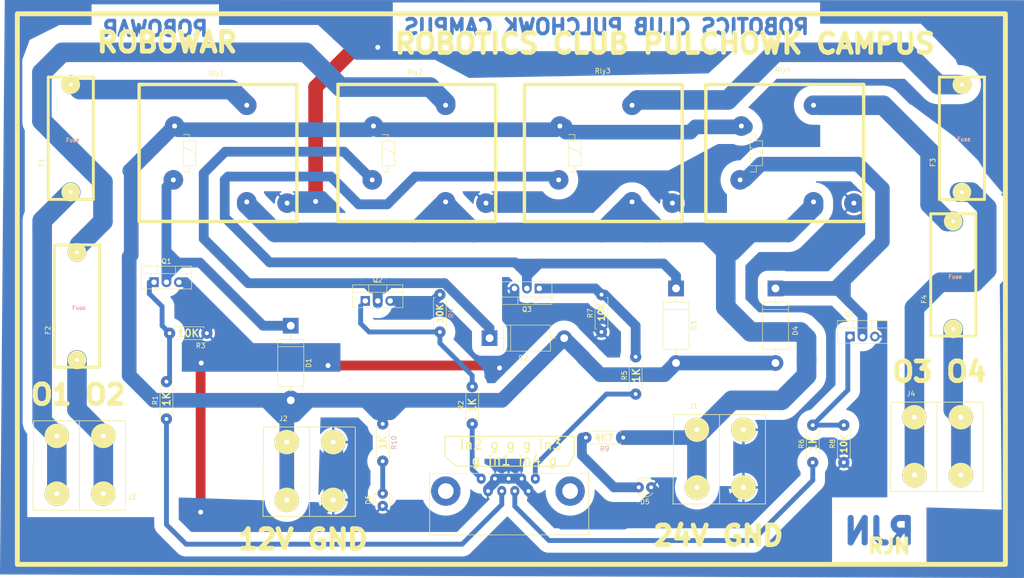
<source format=kicad_pcb>
(kicad_pcb (version 20211014) (generator pcbnew)
  (layers (0 "F.Cu" signal) (31 "B.Cu" signal) (34 "B.Paste" user) (35 "F.Paste" user) (36 "B.SilkS" user "B.Silkscreen") (37 "F.SilkS" user "F.Silkscreen") (38 "B.Mask" user) (39 "F.Mask" user) (44 "Edge.Cuts" user))
  (net 0 "")
  (net 1 "Net-(D1-Pad1)")
  (net 2 "Net-(D2-Pad1)")
  (net 3 "Net-(D3-Pad1)")
  (net 4 "Net-(D4-Pad1)")
  (net 5 "GND")
  (net 6 "Net-(D5-Pad2)")
  (net 7 "Net-(D6-Pad2)")
  (net 8 "Net-(F1-Pad1)")
  (net 9 "/out1")
  (net 10 "Net-(F2-Pad1)")
  (net 11 "/out3")
  (net 12 "Net-(F3-Pad1)")
  (net 13 "/out2")
  (net 14 "Net-(F4-Pad1)")
  (net 15 "/out4")
  (net 16 "/24V")
  (net 17 "/12V")
  (net 18 "/in1")
  (net 19 "/in3")
  (net 20 "/in2")
  (net 21 "/in4")
  (net 22 "Net-(Q1-Pad1)")
  (net 23 "Net-(Q2-Pad1)")
  (net 24 "Net-(Q3-Pad1)")
  (net 25 "Net-(Q4-Pad1)")
  (footprint "modFiles:Solar_Connector" (layer "F.Cu") (at 35.56 144.78)
    (fp_text reference "J3" (at 10.668 7.112) (layer "F.SilkS"))
    (fp_text value "Conn_01x02" hide)
    (pad "1" thru_hole oval locked (at -4.6226 6.3736 90) (size 5 5) (drill 1) (layers *.Cu *.Mask "F.SilkS") (net 9 "/out1"))
    (pad "1" thru_hole oval locked (at -4.6226 -5.4264 90) (size 5 5) (drill 1) (layers *.Cu *.Mask "F.SilkS") (net 9 "/out1"))
    (pad "2" thru_hole oval locked (at 4.8774 6.3736 90) (size 5 5) (drill 1) (layers *.Cu *.Mask "F.SilkS") (net 13 "/out2"))
    (pad "2" thru_hole oval locked (at 4.8774 -5.4264 90) (size 5 5) (drill 1) (layers *.Cu *.Mask "F.SilkS") (net 13 "/out2"))
  )
  (footprint "modFiles:Connector_DB_9" (layer "F.Cu") (at 128.7205 148.0945 180)
    (fp_text reference "J5" hide)
    (fp_text value "DB9_Female")
    (pad "0" thru_hole circle locked (at 18.29 -2.54 180) (size 6 6) (drill 3.2) (layers *.Cu *.Mask))
    (pad "0" thru_hole circle locked (at -7.11 -2.54 180) (size 6 6) (drill 3.2) (layers *.Cu *.Mask))
    (pad "1" thru_hole oval locked (at 0 0 180) (size 1.8 2.1) (drill 0.8) (layers *.Cu *.Mask) (net 19 "/in3"))
    (pad "2" thru_hole oval locked (at 2.79 0 180) (size 1.8 2.1) (drill 0.8) (layers *.Cu *.Mask) (net 5 "GND"))
    (pad "3" thru_hole oval locked (at 5.46 0 180) (size 1.8 2.1) (drill 0.8) (layers *.Cu *.Mask) (net 5 "GND"))
    (pad "4" thru_hole oval locked (at 8.26 0 180) (size 1.8 2.1) (drill 0.8) (layers *.Cu *.Mask) (net 5 "GND"))
    (pad "5" thru_hole oval locked (at 11.05 0 180) (size 1.8 2.1) (drill 0.8) (layers *.Cu *.Mask) (net 20 "/in2"))
    (pad "6" thru_hole oval locked (at 1.4 -2.54 180) (size 1.8 2.1) (drill 0.8) (layers *.Cu *.Mask) (net 5 "GND"))
    (pad "7" thru_hole oval locked (at 4.19 -2.54 180) (size 1.8 2.1) (drill 0.8) (layers *.Cu *.Mask) (net 21 "/in4"))
    (pad "8" thru_hole oval locked (at 6.86 -2.54 180) (size 1.8 2.1) (drill 0.8) (layers *.Cu *.Mask) (net 18 "/in1"))
    (pad "9" thru_hole oval locked (at 9.65 -2.54 180) (size 1.8 2.1) (drill 0.8) (layers *.Cu *.Mask) (net 5 "GND"))
  )
  (footprint "modFiles:Resistor_small" (layer "F.Cu") (at 53.34 135.89 90)
    (fp_text reference "R1" (at 3.81 -2.31 90) (layer "F.SilkS"))
    (fp_text value "1K" (at 4.064 0 90) (layer "F.SilkS") (effects (font (size 1.5 1.5) (thickness 0.3))))
    (pad "1" thru_hole circle locked (at 0 0 90) (size 2.3 2.3) (drill 0.8) (layers *.Cu *.Mask) (net 18 "/in1"))
    (pad "2" thru_hole circle locked (at 7.62 0 90) (size 2.3 2.3) (drill 0.8) (layers *.Cu *.Mask) (net 22 "Net-(Q1-Pad1)"))
  )
  (footprint "modFiles:LED_D3.0mm" (layer "F.Cu") (at 152.4 149.86 180)
    (fp_text reference "D5" (at 1.27 -2.96) (layer "F.SilkS"))
    (fp_text value "LED_Small")
    (pad "1" thru_hole circle locked (at 0 0 180) (size 2.1 2.1) (drill 0.8) (layers *.Cu *.Mask) (net 5 "GND"))
    (pad "2" thru_hole circle locked (at 2.54 0 180) (size 2.1 2.1) (drill 0.8) (layers *.Cu *.Mask) (net 6 "Net-(D5-Pad2)"))
  )
  (footprint "modFiles:Fuse_Holder" (layer "F.Cu") (at 34.29 78.74 90)
    (fp_text reference "F1" (at -4.7371 -6.4516 90) (layer "F.SilkS"))
    (fp_text value "Fuse" (at -0.154 -0.098) (layer "B.SilkS") (effects (font (size 0.8 0.8) (thickness 0.2))))
    (pad "1" thru_hole circle locked (at 11.176 -0.508 180) (size 3.81 3.81) (drill 0.762) (layers *.Cu *.Mask "F.SilkS") (net 8 "Net-(F1-Pad1)"))
    (pad "2" thru_hole circle locked (at -10.795 -0.508 180) (size 3.81 3.81) (drill 0.762) (layers *.Cu *.Mask "F.SilkS") (net 9 "/out1"))
  )
  (footprint "modFiles:Resistor_small" (layer "F.Cu") (at 97.536 136.906 -90)
    (fp_text reference "R10" (at 3.81 -2.31 90) (layer "B.SilkS"))
    (fp_text value "1K" (at 3.81 0 90) (layer "F.SilkS") (effects (font (size 1.5 1.5) (thickness 0.3))))
    (pad "1" thru_hole circle locked (at 0 0 270) (size 2.3 2.3) (drill 0.8) (layers *.Cu *.Mask) (net 17 "/12V"))
    (pad "2" thru_hole circle locked (at 7.62 0 270) (size 2.3 2.3) (drill 0.8) (layers *.Cu *.Mask) (net 7 "Net-(D6-Pad2)"))
  )
  (footprint "modFiles:Resistor_small" (layer "F.Cu") (at 185.42 144.78 90)
    (fp_text reference "R6" (at 3.81 -2.31 90) (layer "F.SilkS"))
    (fp_text value "1K" (at 3.81 0 90) (layer "F.SilkS") (effects (font (size 1.5 1.5) (thickness 0.3))))
    (pad "1" thru_hole circle locked (at 0 0 90) (size 2.3 2.3) (drill 0.8) (layers *.Cu *.Mask) (net 21 "/in4"))
    (pad "2" thru_hole circle locked (at 7.62 0 90) (size 2.3 2.3) (drill 0.8) (layers *.Cu *.Mask) (net 25 "Net-(Q4-Pad1)"))
  )
  (footprint "modFiles:Resistor_small" (layer "F.Cu") (at 191.77 144.78 90)
    (fp_text reference "R8" (at 3.81 -2.31 90) (layer "F.SilkS"))
    (fp_text value "10K" (at 3.81 0 90) (layer "F.SilkS") (effects (font (size 1.3 1.3) (thickness 0.3))))
    (pad "1" thru_hole circle locked (at 0 0 90) (size 2.3 2.3) (drill 0.8) (layers *.Cu *.Mask) (net 5 "GND"))
    (pad "2" thru_hole circle locked (at 7.62 0 90) (size 2.3 2.3) (drill 0.8) (layers *.Cu *.Mask) (net 25 "Net-(Q4-Pad1)"))
  )
  (footprint "modFiles:Diode_Medium" (layer "F.Cu") (at 157.48 109.215 -90)
    (fp_text reference "D3" (at 7.62 -3.66 90) (layer "F.SilkS"))
    (fp_text value "DIODE")
    (pad "1" thru_hole rect locked (at 0 0 270) (size 3.2 3.2) (drill 1.6) (layers *.Cu *.Mask) (net 3 "Net-(D3-Pad1)"))
    (pad "2" thru_hole oval locked (at 15.24 0 270) (size 3.2 3.2) (drill 1.6) (layers *.Cu *.Mask) (net 17 "/12V"))
  )
  (footprint "modFiles:Fuse_Holder" (layer "F.Cu") (at 214.63 106.68 90)
    (fp_text reference "F4" (at -4.7371 -6.4516 90) (layer "F.SilkS"))
    (fp_text value "Fuse" (at -0.154 -0.098) (layer "B.SilkS") (effects (font (size 0.8 0.8) (thickness 0.2))))
    (pad "1" thru_hole circle locked (at 11.176 -0.508 180) (size 3.81 3.81) (drill 0.762) (layers *.Cu *.Mask "F.SilkS") (net 14 "Net-(F4-Pad1)"))
    (pad "2" thru_hole circle locked (at -10.795 -0.508 180) (size 3.81 3.81) (drill 0.762) (layers *.Cu *.Mask "F.SilkS") (net 15 "/out4"))
  )
  (footprint "modFiles:Resistor_small" (layer "F.Cu") (at 61.595 118.364 180)
    (fp_text reference "R3" (at 1.27 -2.54) (layer "F.SilkS"))
    (fp_text value "10K" (at 3.81 0) (layer "F.SilkS") (effects (font (size 1.5 1.5) (thickness 0.3))))
    (pad "1" thru_hole circle locked (at 0 0 180) (size 2.3 2.3) (drill 0.8) (layers *.Cu *.Mask) (net 5 "GND"))
    (pad "2" thru_hole circle locked (at 7.62 0 180) (size 2.3 2.3) (drill 0.8) (layers *.Cu *.Mask) (net 22 "Net-(Q1-Pad1)"))
  )
  (footprint "modFiles:Diode_Medium" (layer "F.Cu") (at 78.74 116.84 -90)
    (fp_text reference "D1" (at 7.62 -3.66 90) (layer "F.SilkS"))
    (fp_text value "DIODE")
    (pad "1" thru_hole rect locked (at 0 0 270) (size 3.2 3.2) (drill 1.6) (layers *.Cu *.Mask) (net 1 "Net-(D1-Pad1)"))
    (pad "2" thru_hole oval locked (at 15.24 0 270) (size 3.2 3.2) (drill 1.6) (layers *.Cu *.Mask) (net 17 "/12V"))
  )
  (footprint "modFiles:Resistor_small" (layer "F.Cu") (at 146.685 139.7 180)
    (fp_text reference "R9" (at 3.81 -2.31) (layer "B.SilkS"))
    (fp_text value "4K7" (at 3.937 0) (layer "F.SilkS") (effects (font (size 1.3 1.3) (thickness 0.3))))
    (pad "1" thru_hole circle locked (at 0 0 180) (size 2.3 2.3) (drill 0.8) (layers *.Cu *.Mask) (net 16 "/24V"))
    (pad "2" thru_hole circle locked (at 7.62 0 180) (size 2.3 2.3) (drill 0.8) (layers *.Cu *.Mask) (net 6 "Net-(D5-Pad2)"))
  )
  (footprint "modFiles:Resistor_small" (layer "F.Cu") (at 142.24 118.11 90)
    (fp_text reference "R7" (at 3.81 -2.31 90) (layer "F.SilkS"))
    (fp_text value "10K" (at 4.064 0 90) (layer "F.SilkS") (effects (font (size 1.3 1.3) (thickness 0.3))))
    (pad "1" thru_hole circle locked (at 0 0 90) (size 2.3 2.3) (drill 0.8) (layers *.Cu *.Mask) (net 5 "GND"))
    (pad "2" thru_hole circle locked (at 7.62 0 90) (size 2.3 2.3) (drill 0.8) (layers *.Cu *.Mask) (net 24 "Net-(Q3-Pad1)"))
  )
  (footprint "Package_TO_SOT_THT:TO-220-3_Vertical" (layer "F.Cu") (at 193.04 119.055)
    (fp_text reference "Q4" (at 0 -4.5) (layer "F.SilkS"))
    (fp_text value "TIP122")
    (pad "1" thru_hole rect (at 0 0) (size 1.905 2) (drill 1.1) (layers *.Cu *.Mask) (net 25 "Net-(Q4-Pad1)"))
    (pad "2" thru_hole oval (at 2.54 0) (size 1.905 2) (drill 1.1) (layers *.Cu *.Mask) (net 4 "Net-(D4-Pad1)"))
    (pad "3" thru_hole oval (at 5.08 0) (size 1.905 2) (drill 1.1) (layers *.Cu *.Mask) (net 5 "GND"))
  )
  (footprint "modFiles:Solar_Connector" (layer "F.Cu") (at 82.55 146.05)
    (fp_text reference "J2" (at -5.334 -10.2362) (layer "F.SilkS"))
    (fp_text value "Conn_01x02" hide)
    (pad "1" thru_hole oval locked (at -4.6226 -5.4264 90) (size 5 5) (drill 1) (layers *.Cu *.Mask "F.SilkS") (net 17 "/12V"))
    (pad "1" thru_hole oval locked (at -4.6226 6.3736 90) (size 5 5) (drill 1) (layers *.Cu *.Mask "F.SilkS") (net 17 "/12V"))
    (pad "2" thru_hole oval locked (at 4.8774 6.3736 90) (size 5 5) (drill 1) (layers *.Cu *.Mask "F.SilkS") (net 5 "GND"))
    (pad "2" thru_hole oval locked (at 4.8774 -5.4264 90) (size 5 5) (drill 1) (layers *.Cu *.Mask "F.SilkS") (net 5 "GND"))
  )
  (footprint "modFiles:LED_D3.0mm" (layer "F.Cu") (at 97.536 153.675 90)
    (fp_text reference "D6" (at 1.27 -2.96 90) (layer "F.SilkS"))
    (fp_text value "LED_Small")
    (pad "1" thru_hole circle locked (at 0 0 90) (size 2.1 2.1) (drill 0.8) (layers *.Cu *.Mask) (net 5 "GND"))
    (pad "2" thru_hole circle locked (at 2.54 0 90) (size 2.1 2.1) (drill 0.8) (layers *.Cu *.Mask) (net 7 "Net-(D6-Pad2)"))
  )
  (footprint "modFiles:Fuse_Holder" (layer "F.Cu") (at 216.408 78.74 90)
    (fp_text reference "F3" (at -4.7371 -6.4516 90) (layer "F.SilkS"))
    (fp_text value "Fuse" (at 0 -0.098) (layer "B.SilkS") (effects (font (size 0.8 0.8) (thickness 0.2))))
    (pad "1" thru_hole circle locked (at 11.176 -0.508 180) (size 3.81 3.81) (drill 0.762) (layers *.Cu *.Mask "F.SilkS") (net 12 "Net-(F3-Pad1)"))
    (pad "2" thru_hole circle locked (at -10.795 -0.508 180) (size 3.81 3.81) (drill 0.762) (layers *.Cu *.Mask "F.SilkS") (net 11 "/out3"))
  )
  (footprint "Package_TO_SOT_THT:TO-220-3_Vertical" (layer "F.Cu") (at 129.54 109.22 180)
    (fp_text reference "Q3" (at 2.54 -4.27) (layer "F.SilkS"))
    (fp_text value "TIP122")
    (pad "1" thru_hole rect (at 0 0 180) (size 1.905 2) (drill 1.1) (layers *.Cu *.Mask) (net 24 "Net-(Q3-Pad1)"))
    (pad "2" thru_hole oval (at 2.54 0 180) (size 1.905 2) (drill 1.1) (layers *.Cu *.Mask) (net 3 "Net-(D3-Pad1)"))
    (pad "3" thru_hole oval (at 5.08 0 180) (size 1.905 2) (drill 1.1) (layers *.Cu *.Mask) (net 5 "GND"))
  )
  (footprint "modFiles:Diode_Medium" (layer "F.Cu") (at 119.38 119.38)
    (fp_text reference "D2" (at 6.858 4.064) (layer "F.SilkS"))
    (fp_text value "DIODE")
    (pad "1" thru_hole rect locked (at 0 0) (size 3.2 3.2) (drill 1.6) (layers *.Cu *.Mask) (net 2 "Net-(D2-Pad1)"))
    (pad "2" thru_hole oval locked (at 15.24 0) (size 3.2 3.2) (drill 1.6) (layers *.Cu *.Mask) (net 17 "/12V"))
  )
  (footprint "modFiles:Relay_HLS_MEDIUM" (layer "F.Cu") (at 142.24 81.28)
    (fp_text reference "Rly3" (at 0.254 -16.51) (layer "F.SilkS"))
    (fp_text value "6V_Relay")
    (pad "1" thru_hole circle (at -8.75 5.75) (size 4 4) (drill 1) (layers *.Cu *.Mask) (net 3 "Net-(D3-Pad1)"))
    (pad "2" thru_hole circle (at 6.25 -9.5) (size 4 4) (drill 1) (layers *.Cu *.Mask) (net 12 "Net-(F3-Pad1)"))
    (pad "3" thru_hole circle (at 14.5 10.5) (size 4 4) (drill 1) (layers *.Cu *.Mask) (net 5 "GND"))
    (pad "4" thru_hole circle (at 6.25 10.25) (size 4 4) (drill 1) (layers *.Cu *.Mask) (net 16 "/24V"))
    (pad "5" thru_hole circle (at -8.5 -5.25) (size 4 4) (drill 1) (layers *.Cu *.Mask) (net 17 "/12V"))
  )
  (footprint "modFiles:Solar_Connector" (layer "F.Cu") (at 166.37 143.51)
    (fp_text reference "J1" (at -5.334 -10.2362) (layer "F.SilkS"))
    (fp_text value "24V" hide)
    (pad "1" thru_hole oval locked (at -4.6226 -5.4264 90) (size 5 5) (drill 1) (layers *.Cu *.Mask "F.SilkS") (net 16 "/24V"))
    (pad "1" thru_hole oval locked (at -4.6226 6.3736 90) (size 5 5) (drill 1) (layers *.Cu *.Mask "F.SilkS") (net 16 "/24V"))
    (pad "2" thru_hole oval locked (at 4.8774 -5.4264 90) (size 5 5) (drill 1) (layers *.Cu *.Mask "F.SilkS") (net 5 "GND"))
    (pad "2" thru_hole oval locked (at 4.8774 6.3736 90) (size 5 5) (drill 1) (layers *.Cu *.Mask "F.SilkS") (net 5 "GND"))
  )
  (footprint "modFiles:Fuse_Holder" (layer "F.Cu") (at 35.56 113.03 90)
    (fp_text reference "F2" (at -4.7371 -6.4516 90) (layer "F.SilkS"))
    (fp_text value "Fuse" (at -0.154 -0.098) (layer "B.SilkS") (effects (font (size 0.8 0.8) (thickness 0.2))))
    (pad "1" thru_hole circle locked (at 11.176 -0.508 180) (size 3.81 3.81) (drill 0.762) (layers *.Cu *.Mask "F.SilkS") (net 10 "Net-(F2-Pad1)"))
    (pad "2" thru_hole circle locked (at -10.795 -0.508 180) (size 3.81 3.81) (drill 0.762) (layers *.Cu *.Mask "F.SilkS") (net 13 "/out2"))
  )
  (footprint "Package_TO_SOT_THT:TO-220-3_Vertical" (layer "F.Cu") (at 50.8 107.945)
    (fp_text reference "Q1" (at 2.54 -4.27) (layer "F.SilkS"))
    (fp_text value "TIP122")
    (pad "1" thru_hole rect (at 0 0) (size 1.905 2) (drill 1.1) (layers *.Cu *.Mask) (net 22 "Net-(Q1-Pad1)"))
    (pad "2" thru_hole oval (at 2.54 0) (size 1.905 2) (drill 1.1) (layers *.Cu *.Mask) (net 1 "Net-(D1-Pad1)"))
    (pad "3" thru_hole oval (at 5.08 0) (size 1.905 2) (drill 1.1) (layers *.Cu *.Mask) (net 5 "GND"))
  )
  (footprint "Package_TO_SOT_THT:TO-220-3_Vertical" (layer "F.Cu") (at 93.98 111.76)
    (fp_text reference "Q2" (at 2.54 -4.27) (layer "F.SilkS"))
    (fp_text value "TIP122")
    (pad "1" thru_hole rect (at 0 0) (size 1.905 2) (drill 1.1) (layers *.Cu *.Mask) (net 23 "Net-(Q2-Pad1)"))
    (pad "2" thru_hole oval (at 2.54 0) (size 1.905 2) (drill 1.1) (layers *.Cu *.Mask) (net 2 "Net-(D2-Pad1)"))
    (pad "3" thru_hole oval (at 5.08 0) (size 1.905 2) (drill 1.1) (layers *.Cu *.Mask) (net 5 "GND"))
  )
  (footprint "modFiles:Resistor_small" (layer "F.Cu") (at 115.824 136.906 90)
    (fp_text reference "R2" (at 3.81 -2.31 90) (layer "F.SilkS"))
    (fp_text value "1K" (at 3.81 0 90) (layer "F.SilkS") (effects (font (size 1.5 1.5) (thickness 0.3))))
    (pad "1" thru_hole circle locked (at 0 0 90) (size 2.3 2.3) (drill 0.8) (layers *.Cu *.Mask) (net 20 "/in2"))
    (pad "2" thru_hole circle locked (at 7.62 0 90) (size 2.3 2.3) (drill 0.8) (layers *.Cu *.Mask) (net 23 "Net-(Q2-Pad1)"))
  )
  (footprint "modFiles:Solar_Connector" (layer "F.Cu") (at 210.82 140.97)
    (fp_text reference "J4" (at -5.334 -10.2362) (layer "F.SilkS"))
    (fp_text value "Conn_01x02" hide)
    (pad "1" thru_hole oval locked (at -4.6226 6.3736 90) (size 5 5) (drill 1) (layers *.Cu *.Mask "F.SilkS") (net 11 "/out3"))
    (pad "1" thru_hole oval locked (at -4.6226 -5.4264 90) (size 5 5) (drill 1) (layers *.Cu *.Mask "F.SilkS") (net 11 "/out3"))
    (pad "2" thru_hole oval locked (at 4.8774 -5.4264 90) (size 5 5) (drill 1) (layers *.Cu *.Mask "F.SilkS") (net 15 "/out4"))
    (pad "2" thru_hole oval locked (at 4.8774 6.3736 90) (size 5 5) (drill 1) (layers *.Cu *.Mask "F.SilkS") (net 15 "/out4"))
  )
  (footprint "modFiles:Resistor_small" (layer "F.Cu") (at 149.225 130.81 90)
    (fp_text reference "R5" (at 3.81 -2.31 90) (layer "F.SilkS"))
    (fp_text value "1K" (at 3.81 0.127 90) (layer "F.SilkS") (effects (font (size 1.5 1.5) (thickness 0.3))))
    (pad "1" thru_hole circle locked (at 0 0 90) (size 2.3 2.3) (drill 0.8) (layers *.Cu *.Mask) (net 19 "/in3"))
    (pad "2" thru_hole circle locked (at 7.62 0 90) (size 2.3 2.3) (drill 0.8) (layers *.Cu *.Mask) (net 24 "Net-(Q3-Pad1)"))
  )
  (footprint "modFiles:Resistor_small" (layer "F.Cu") (at 109.22 110.49 -90)
    (fp_text reference "R4" (at 3.81 -2.31 90) (layer "B.SilkS"))
    (fp_text value "10K" (at 3.81 0 90) (layer "F.SilkS") (effects (font (size 1.3 1.3) (thickness 0.3))))
    (pad "1" thru_hole circle locked (at 0 0 270) (size 2.3 2.3) (drill 0.8) (layers *.Cu *.Mask) (net 5 "GND"))
    (pad "2" thru_hole circle locked (at 7.62 0 270) (size 2.3 2.3) (drill 0.8) (layers *.Cu *.Mask) (net 23 "Net-(Q2-Pad1)"))
  )
  (footprint "modFiles:Relay_HLS_MEDIUM" (layer "F.Cu") (at 104.14 81.28)
    (fp_text reference "Rly2" (at 0 -16.256) (layer "F.SilkS"))
    (fp_text value "6V_Relay")
    (pad "1" thru_hole circle (at -8.75 5.75) (size 4 4) (drill 1) (layers *.Cu *.Mask) (net 2 "Net-(D2-Pad1)"))
    (pad "2" thru_hole circle (at 6.25 -9.5) (size 4 4) (drill 1) (layers *.Cu *.Mask) (net 10 "Net-(F2-Pad1)"))
    (pad "3" thru_hole circle (at 14.5 10.5) (size 4 4) (drill 1) (layers *.Cu *.Mask) (net 5 "GND"))
    (pad "4" thru_hole circle (at 6.25 10.25) (size 4 4) (drill 1) (layers *.Cu *.Mask) (net 16 "/24V"))
    (pad "5" thru_hole circle (at -8.5 -5.25) (size 4 4) (drill 1) (layers *.Cu *.Mask) (net 17 "/12V"))
  )
  (footprint "modFiles:Diode_Medium" (layer "F.Cu") (at 177.8 109.215 -90)
    (fp_text reference "D4" (at 8.641 -4.064 90) (layer "F.SilkS"))
    (fp_text value "DIODE")
    (pad "1" thru_hole rect locked (at 0 0 270) (size 3.2 3.2) (drill 1.6) (layers *.Cu *.Mask) (net 4 "Net-(D4-Pad1)"))
    (pad "2" thru_hole oval locked (at 15.24 0 270) (size 3.2 3.2) (drill 1.6) (layers *.Cu *.Mask) (net 17 "/12V"))
  )
  (footprint "modFiles:Relay_HLS_MEDIUM" (layer "F.Cu") (at 63.5 81.28)
    (fp_text reference "Rly1" (at 0 -16.002) (layer "F.SilkS"))
    (fp_text value "6V_Relay")
    (pad "1" thru_hole circle (at -8.75 5.75) (size 4 4) (drill 1) (layers *.Cu *.Mask) (net 1 "Net-(D1-Pad1)"))
    (pad "2" thru_hole circle (at 6.25 -9.5) (size 4 4) (drill 1) (layers *.Cu *.Mask) (net 8 "Net-(F1-Pad1)"))
    (pad "3" thru_hole circle (at 14.5 10.5) (size 4 4) (drill 1) (layers *.Cu *.Mask) (net 5 "GND"))
    (pad "4" thru_hole circle (at 6.25 10.25) (size 4 4) (drill 1) (layers *.Cu *.Mask) (net 16 "/24V"))
    (pad "5" thru_hole circle (at -8.5 -5.25) (size 4 4) (drill 1) (layers *.Cu *.Mask) (net 17 "/12V"))
  )
  (footprint "modFiles:Relay_HLS_MEDIUM" (layer "F.Cu") (at 179.324 81.28)
    (fp_text reference "Rly4" (at 0 -16.764) (layer "F.SilkS"))
    (fp_text value "6V_Relay")
    (pad "1" thru_hole circle (at -8.75 5.75) (size 4 4) (drill 1) (layers *.Cu *.Mask) (net 4 "Net-(D4-Pad1)"))
    (pad "2" thru_hole circle (at 6.25 -9.5) (size 4 4) (drill 1) (layers *.Cu *.Mask) (net 14 "Net-(F4-Pad1)"))
    (pad "3" thru_hole circle (at 14.5 10.5) (size 4 4) (drill 1) (layers *.Cu *.Mask) (net 5 "GND"))
    (pad "4" thru_hole circle (at 6.25 10.25) (size 4 4) (drill 1) (layers *.Cu *.Mask) (net 16 "/24V"))
    (pad "5" thru_hole circle (at -8.5 -5.25) (size 4 4) (drill 1) (layers *.Cu *.Mask) (net 17 "/12V"))
  )
  (gr_line (start 110.236 139.446) (end 136.652 139.446) (layer "F.SilkS") (width 0.2))
  (gr_line (start 136.652 139.446) (end 136.652 143.256) (layer "F.SilkS") (width 0.2))
  (gr_line (start 135.382 145.542) (end 112.522 145.542) (layer "F.SilkS") (width 0.2))
  (gr_line (start 136.652 143.256) (end 135.382 145.542) (layer "F.SilkS") (width 0.2))
  (gr_line (start 112.522 145.542) (end 110.236 143.51) (layer "F.SilkS") (width 0.2))
  (gr_line (start 110.236 143.51) (end 110.236 139.446) (layer "F.SilkS") (width 0.2))
  (gr_rect (start 22.86 53.086) (end 224.79 165.608) (layer "F.SilkS") (width 1) (fill none))
  (gr_text "ROBOWAR\n" (at 51.054 56.134) (layer "B.Cu") (effects (font (size 3 3) (thickness 0.75)) (justify mirror)))
  (gr_text "ROBOTICS CLUB PULCHOWK CAMPUS" (at 143.256 55.753) (layer "B.Cu") (effects (font (size 3 3) (thickness 0.75)) (justify mirror)))
  (gr_text "RJN" (at 199.009 158.877) (layer "B.Cu") (effects (font (size 5 5) (thickness 1.25)) (justify mirror)))
  (gr_text "12V GND\n" (at 81.28 160.528) (layer "F.SilkS") (effects (font (size 4 4) (thickness 1))))
  (gr_text "in2 g g g in3\n g in1 in4 g" (at 123.698 142.748) (layer "F.SilkS") (effects (font (size 2 2) (thickness 0.3))))
  (gr_text "ROBOWAR\n" (at 53.467 58.928) (layer "F.SilkS") (effects (font (size 4 4) (thickness 1))))
  (gr_text "ROBOTICS CLUB PULCHOWK CAMPUS" (at 155.194 59.182) (layer "F.SilkS") (effects (font (size 4 4) (thickness 1))))
  (gr_text "O3 O4\n" (at 211.328 126.238) (layer "F.SilkS") (effects (font (size 4 4) (thickness 1))))
  (gr_text "24V GND\n" (at 166.116 159.766) (layer "F.SilkS") (effects (font (size 4 4) (thickness 1))))
  (gr_text "RJN" (at 201.041 161.925) (layer "F.SilkS") (effects (font (size 3 3) (thickness 0.75))))
  (gr_text "O1 O2\n" (at 35.306 130.937) (layer "F.SilkS") (effects (font (size 4 4) (thickness 1))))
  (segment (start 53.34 106.68) (end 53.34 104.14) (width 2) (layer "B.Cu") (net 1))
  (segment (start 53.34 107.945) (end 53.34 106.68) (width 2) (layer "B.Cu") (net 1))
  (segment (start 53.34 104.14) (end 53.34 101.6) (width 2) (layer "B.Cu") (net 1))
  (segment (start 78.74 116.84) (end 73.083146 116.84) (width 2) (layer "B.Cu") (net 1))
  (segment (start 53.34 88.44) (end 54.75 87.03) (width 2) (layer "B.Cu") (net 1))
  (segment (start 60.188146 103.945) (end 55.88 103.945) (width 2) (layer "B.Cu") (net 1))
  (segment (start 73.083146 116.84) (end 60.188146 103.945) (width 2) (layer "B.Cu") (net 1))
  (segment (start 53.34 106.68) (end 55.88 104.14) (width 2) (layer "B.Cu") (net 1))
  (segment (start 53.34 101.6) (end 53.34 88.44) (width 2) (layer "B.Cu") (net 1))
  (segment (start 53.34 101.6) (end 55.88 104.14) (width 2) (layer "B.Cu") (net 1))
  (segment (start 55.88 104.14) (end 53.34 104.14) (width 2) (layer "B.Cu") (net 1))
  (segment (start 60.96 85.652894) (end 60.96 99.06) (width 2) (layer "B.Cu") (net 2))
  (segment (start 94.17 108.14) (end 97.14 108.14) (width 2) (layer "B.Cu") (net 2))
  (segment (start 96.52 111.76) (end 96.52 112.311595) (width 2) (layer "B.Cu") (net 2))
  (segment (start 60.96 99.06) (end 70.04 108.14) (width 2) (layer "B.Cu") (net 2))
  (segment (start 95.39 87.03) (end 89.64 81.28) (width 2) (layer "B.Cu") (net 2))
  (segment (start 110.193402 108.14) (end 119.38 117.326598) (width 2) (layer "B.Cu") (net 2))
  (segment (start 94.17 108.14) (end 95.25 109.22) (width 2) (layer "B.Cu") (net 2))
  (segment (start 96.52 111.76) (end 96.52 108.76) (width 2) (layer "B.Cu") (net 2))
  (segment (start 119.38 117.326598) (end 119.38 119.38) (width 2) (layer "B.Cu") (net 2))
  (segment (start 96.52 109.22) (end 97.79 109.22) (width 2) (layer "B.Cu") (net 2))
  (segment (start 97.14 108.14) (end 98.87 108.14) (width 2) (layer "B.Cu") (net 2))
  (segment (start 70.04 108.14) (end 94.17 108.14) (width 2) (layer "B.Cu") (net 2))
  (segment (start 98.87 108.14) (end 110.193402 108.14) (width 2) (layer "B.Cu") (net 2))
  (segment (start 89.64 81.28) (end 65.332894 81.28) (width 2) (layer "B.Cu") (net 2))
  (segment (start 97.79 109.22) (end 98.87 108.14) (width 2) (layer "B.Cu") (net 2))
  (segment (start 96.52 108.76) (end 97.14 108.14) (width 2) (layer "B.Cu") (net 2))
  (segment (start 65.332894 81.28) (end 60.96 85.652894) (width 2) (layer "B.Cu") (net 2))
  (segment (start 96.52 111.76) (end 96.52 109.22) (width 2) (layer "B.Cu") (net 2))
  (segment (start 154.945 104.14) (end 129.54 104.14) (width 2) (layer "B.Cu") (net 3))
  (segment (start 157.48 106.675) (end 154.945 104.14) (width 2) (layer "B.Cu") (net 3))
  (segment (start 157.48 109.215) (end 157.48 106.675) (width 2) (layer "B.Cu") (net 3))
  (segment (start 124.6425 103.9575) (end 124.571 103.886) (width 2) (layer "B.Cu") (net 3))
  (segment (start 129.54 104.14) (end 127 106.68) (width 2) (layer "B.Cu") (net 3))
  (segment (start 65.909748 86.36) (end 86.95 86.36) (width 2) (layer "B.Cu") (net 3))
  (segment (start 98.47 92.03) (end 104.14 86.36) (width 2) (layer "B.Cu") (net 3))
  (segment (start 65.25 87.019748) (end 65.909748 86.36) (width 2) (layer "B.Cu") (net 3))
  (segment (start 129.54 104.14) (end 124.825 104.14) (width 2) (layer "B.Cu") (net 3))
  (segment (start 92.62 92.03) (end 98.47 92.03) (width 2) (layer "B.Cu") (net 3))
  (segment (start 127 109.22) (end 127 106.315) (width 2) (layer "B.Cu") (net 3))
  (segment (start 124.571 103.886) (end 74.422 103.886) (width 2) (layer "B.Cu") (net 3))
  (segment (start 127 106.315) (end 124.6425 103.9575) (width 2) (layer "B.Cu") (net 3))
  (segment (start 73.66 103.1) (end 65.25 94.69) (width 2) (layer "B.Cu") (net 3))
  (segment (start 86.95 86.36) (end 92.62 92.03) (width 2) (layer "B.Cu") (net 3))
  (segment (start 104.14 86.36) (end 132.82 86.36) (width 2) (layer "B.Cu") (net 3))
  (segment (start 124.825 104.14) (end 124.6425 103.9575) (width 2) (layer "B.Cu") (net 3))
  (segment (start 132.82 86.36) (end 133.49 87.03) (width 2) (layer "B.Cu") (net 3))
  (segment (start 65.25 94.69) (end 65.25 87.019748) (width 2) (layer "B.Cu") (net 3))
  (segment (start 74.422 103.886) (end 73.152 102.616) (width 2) (layer "B.Cu") (net 3))
  (segment (start 194.658175 83.82) (end 199.644 88.805825) (width 3) (layer "B.Cu") (net 4))
  (segment (start 199.644 88.805825) (end 199.644 99.635286) (width 3) (layer "B.Cu") (net 4))
  (segment (start 192.184643 111.335357) (end 192.184643 107.094643) (width 2) (layer "B.Cu") (net 4))
  (segment (start 199.644 99.635286) (end 192.184643 107.094643) (width 3) (layer "B.Cu") (net 4))
  (segment (start 192.824643 111.975357) (end 190.064286 109.215) (width 2) (layer "B.Cu") (net 4))
  (segment (start 190.064286 109.215) (end 177.8 109.215) (width 3) (layer "B.Cu") (net 4))
  (segment (start 192.184643 107.094643) (end 190.064286 109.215) (width 3) (layer "B.Cu") (net 4))
  (segment (start 195.58 114.730714) (end 192.824643 111.975357) (width 2) (layer "B.Cu") (net 4))
  (segment (start 192.824643 111.975357) (end 192.184643 111.335357) (width 2) (layer "B.Cu") (net 4))
  (segment (start 195.58 119.055) (end 195.58 114.730714) (width 2) (layer "B.Cu") (net 4))
  (segment (start 171.59 87.03) (end 174.8 83.82) (width 3) (layer "B.Cu") (net 4))
  (segment (start 174.8 83.82) (end 194.658175 83.82) (width 3) (layer "B.Cu") (net 4))
  (segment (start 120.904 124.968) (end 121.412 125.476) (width 2) (layer "F.Cu") (net 5))
  (segment (start 91.948 59.944) (end 96.52 59.944) (width 3) (layer "F.Cu") (net 5))
  (segment (start 83.82 68.072) (end 91.948 59.944) (width 3) (layer "F.Cu") (net 5))
  (segment (start 60.325 124.587) (end 60.452 124.46) (width 2) (layer "F.Cu") (net 5))
  (segment (start 60.325 154.94) (end 60.325 124.587) (width 2) (layer "F.Cu") (net 5))
  (segment (start 86.36 124.968) (end 120.904 124.968) (width 2) (layer "F.Cu") (net 5))
  (segment (start 83.82 91.44) (end 83.82 68.072) (width 3) (layer "F.Cu") (net 5))
  (via (at 83.82 91.44) (size 2) (drill 1) (layers "F.Cu" "B.Cu") (net 5))
  (via (at 60.325 154.94) (size 2) (drill 1) (layers "F.Cu" "B.Cu") (net 5))
  (via (at 86.36 124.968) (size 2) (drill 1) (layers "F.Cu" "B.Cu") (net 5))
  (via (at 60.452 124.46) (size 2) (drill 1) (layers "F.Cu" "B.Cu") (net 5))
  (via (at 96.52 59.944) (size 2) (drill 1) (layers "F.Cu" "B.Cu") (net 5))
  (via (at 121.412 125.476) (size 2) (drill 1) (layers "F.Cu" "B.Cu") (net 5))
  (segment (start 127.3205 150.6345) (end 134.166 157.48) (width 2) (layer "B.Cu") (net 5))
  (segment (start 146.812 157.48) (end 153.416 150.876) (width 2) (layer "B.Cu") (net 5))
  (segment (start 124.46 109.22) (end 124.46 112.125) (width 2) (layer "B.Cu") (net 5))
  (segment (start 165.683 155.448) (end 171.2474 149.8836) (width 2) (layer "B.Cu") (net 5))
  (segment (start 87.4274 152.4236) (end 87.4274 140.6236) (width 4) (layer "B.Cu") (net 5))
  (segment (start 118.64 91.78) (end 118.89 92.03) (width 2) (layer "B.Cu") (net 5))
  (segment (start 120.4605 148.7795) (end 120.4605 148.0945) (width 2) (layer "B.Cu") (net 5))
  (segment (start 99.06 111.76) (end 107.95 111.76) (width 2) (layer "B.Cu") (net 5))
  (segment (start 78 91.78) (end 83.48 91.78) (width 3) (layer "B.Cu") (net 5))
  (segment (start 124.825652 148.0945) (end 124.968 147.952152) (width 2) (layer "B.Cu") (net 5))
  (segment (start 83.48 91.78) (end 83.82 91.44) (width 3) (layer "B.Cu") (net 5))
  (segment (start 82.296 157.555) (end 87.4274 152.4236) (width 2) (layer "B.Cu") (net 5))
  (segment (start 75.713626 157.988) (end 82.296 157.988) (width 2) (layer "B.Cu") (net 5))
  (segment (start 119.0705 150.1695) (end 120.4605 148.7795) (width 2) (layer "B.Cu") (net 5))
  (segment (start 55.88 107.945) (end 57.145 107.945) (width 2) (layer "B.Cu") (net 5))
  (segment (start 82.296 157.988) (end 82.296 157.555) (width 2) (layer "B.Cu") (net 5))
  (segment (start 151.49 86.53) (end 156.74 91.78) (width 2) (layer "B.Cu") (net 5))
  (segment (start 126.635 114.3) (end 138.43 114.3) (width 2) (layer "B.Cu") (net 5))
  (segment (start 124.968 147.952152) (end 124.968 147.828) (width 2) (layer "B.Cu") (net 5))
  (segment (start 118.89 92.03) (end 140.918932 92.03) (width 2) (layer "B.Cu") (net 5))
  (segment (start 157.988 155.448) (end 165.683 155.448) (width 2) (layer "B.Cu") (net 5))
  (segment (start 120.4605 148.0945) (end 123.2605 148.0945) (width 2) (layer "B.Cu") (net 5))
  (segment (start 140.918932 92.03) (end 146.418932 86.53) (width 2) (layer "B.Cu") (net 5))
  (segment (start 127.3205 150.304652) (end 124.968 147.952152) (width 2) (layer "B.Cu") (net 5))
  (segment (start 73.670813 155.945187) (end 74.676 156.950375) (width 2) (layer "B.Cu") (net 5))
  (segment (start 60.325 154.94) (end 72.665625 154.94) (width 2) (layer "B.Cu") (net 5))
  (segment (start 61.595 112.395) (end 61.595 118.364) (width 2) (layer "B.Cu") (net 5))
  (segment (start 74.676 156.950375) (end 74.676 157.155) (width 2) (layer "B.Cu") (net 5))
  (segment (start 73.670813 155.945187) (end 75.713626 157.988) (width 2) (layer "B.Cu") (net 5))
  (segment (start 153.416 150.876) (end 157.988 155.448) (width 2) (layer "B.Cu") (net 5))
  (segment (start 152.4 149.86) (end 153.416 150.876) (width 2) (layer "B.Cu") (net 5))
  (segment (start 107.95 111.76) (end 109.22 110.49) (width 2) (layer "B.Cu") (net 5))
  (segment (start 123.2605 148.0945) (end 124.825652 148.0945) (width 2) (layer "B.Cu") (net 5))
  (segment (start 119.0705 150.6345) (end 119.0705 150.1695) (width 2) (layer "B.Cu") (net 5))
  (segment (start 124.968 147.828) (end 124.7015 148.0945) (width 2) (layer "B.Cu") (net 5))
  (segment (start 124.46 112.125) (end 126.635 114.3) (width 2) (layer "B.Cu") (net 5))
  (segment (start 127.3205 150.6345) (end 127.3205 150.304652) (width 2) (layer "B.Cu") (net 5))
  (segment (start 138.43 114.3) (end 142.24 118.11) (width 2) (layer "B.Cu") (net 5))
  (segment (start 134.166 157.48) (end 146.812 157.48) (width 2) (layer "B.Cu") (net 5))
  (segment (start 72.665625 154.94) (end 73.670813 155.945187) (width 2) (layer "B.Cu") (net 5))
  (segment (start 57.145 107.945) (end 61.595 112.395) (width 2) (layer "B.Cu") (net 5))
  (segment (start 146.418932 86.53) (end 151.49 86.53) (width 2) (layer "B.Cu") (net 5))
  (segment (start 144.78 149.86) (end 138.24 143.32) (width 2) (layer "B.Cu") (net 6))
  (segment (start 138.24 143.32) (end 138.24 139.7) (width 2) (layer "B.Cu") (net 6))
  (segment (start 149.86 149.86) (end 144.78 149.86) (width 2) (layer "B.Cu") (net 6))
  (segment (start 97.536 144.526) (end 97.536 150.625) (width 1) (layer "B.Cu") (net 7))
  (segment (start 66.55 68.58) (end 35.56 68.58) (width 4) (layer "B.Cu") (net 8))
  (segment (start 69.75 71.78) (end 66.55 68.58) (width 4) (layer "B.Cu") (net 8))
  (segment (start 30.9374 139.3536) (end 30.9374 151.1536) (width 4) (layer "B.Cu") (net 9))
  (segment (start 27.94 136.3562) (end 30.9374 139.3536) (width 4) (layer "B.Cu") (net 9))
  (segment (start 27.94 97.79) (end 27.94 95.377) (width 4) (layer "B.Cu") (net 9))
  (segment (start 27.94 95.377) (end 33.782 89.535) (width 4) (layer "B.Cu") (net 9))
  (segment (start 27.94 96.52) (end 27.94 136.3562) (width 4) (layer "B.Cu") (net 9))
  (segment (start 40.353354 87.45482) (end 40.353354 95.536646) (width 4) (layer "B.Cu") (net 10))
  (segment (start 27.877 74.978466) (end 40.353354 87.45482) (width 4) (layer "B.Cu") (net 10))
  (segment (start 81.788 60.96) (end 32.035068 60.96) (width 4) (layer "B.Cu") (net 10))
  (segment (start 32.035068 60.96) (end 27.877 65.118068) (width 4) (layer "B.Cu") (net 10))
  (segment (start 88.9 68.072) (end 81.788 60.96) (width 4) (layer "B.Cu") (net 10))
  (segment (start 110.39 71.28) (end 107.182 68.072) (width 4) (layer "B.Cu") (net 10))
  (segment (start 27.877 65.118068) (end 27.877 74.978466) (width 4) (layer "B.Cu") (net 10))
  (segment (start 107.182 68.072) (end 88.9 68.072) (width 4) (layer "B.Cu") (net 10))
  (segment (start 40.353354 95.536646) (end 35.56 100.33) (width 4) (layer "B.Cu") (net 10))
  (segment (start 220.98 105.41) (end 218.44 107.95) (width 4) (layer "B.Cu") (net 11))
  (segment (start 220.98 92.71) (end 220.98 105.41) (width 4) (layer "B.Cu") (net 11))
  (segment (start 206.1974 113.2076) (end 206.1974 135.5436) (width 4) (layer "B.Cu") (net 11))
  (segment (start 217.805 89.535) (end 220.98 92.71) (width 4) (layer "B.Cu") (net 11))
  (segment (start 218.44 107.95) (end 211.455 107.95) (width 4) (layer "B.Cu") (net 11))
  (segment (start 206.1974 147.3436) (end 206.1974 135.5436) (width 4) (layer "B.Cu") (net 11))
  (segment (start 215.392 89.535) (end 217.805 89.535) (width 4) (layer "B.Cu") (net 11))
  (segment (start 211.455 107.95) (end 206.1974 113.2076) (width 4) (layer "B.Cu") (net 11))
  (segment (start 204.47 60.96) (end 211.074 67.564) (width 4) (layer "B.Cu") (net 12))
  (segment (start 211.074 67.564) (end 215.392 67.564) (width 4) (layer "B.Cu") (net 12))
  (segment (start 168.06 70.7) (end 177.8 60.96) (width 4) (layer "B.Cu") (net 12))
  (segment (start 148.49 71.78) (end 149.57 70.7) (width 4) (layer "B.Cu") (net 12))
  (segment (start 149.57 70.7) (end 168.06 70.7) (width 4) (layer "B.Cu") (net 12))
  (segment (start 177.8 60.96) (end 204.47 60.96) (width 4) (layer "B.Cu") (net 12))
  (segment (start 40.4374 139.3536) (end 40.4374 151.1536) (width 4) (layer "B.Cu") (net 13))
  (segment (start 35.052 123.825) (end 35.052 133.9682) (width 4) (layer "B.Cu") (net 13))
  (segment (start 35.052 133.9682) (end 40.4374 139.3536) (width 4) (layer "B.Cu") (net 13))
  (segment (start 193.7 71.78) (end 196.24 71.78) (width 4) (layer "B.Cu") (net 14))
  (segment (start 209.392 81.376) (end 209.392 92.020281) (width 4) (layer "B.Cu") (net 14))
  (segment (start 193.7 71.78) (end 199.796 71.78) (width 4) (layer "B.Cu") (net 14))
  (segment (start 209.392 92.020281) (end 212.906719 95.535) (width 4) (layer "B.Cu") (net 14))
  (segment (start 214.153 95.535) (end 214.122 95.504) (width 4) (layer "B.Cu") (net 14))
  (segment (start 212.906719 95.535) (end 214.153 95.535) (width 4) (layer "B.Cu") (net 14))
  (segment (start 199.796 71.78) (end 209.392 81.376) (width 4) (layer "B.Cu") (net 14))
  (segment (start 186.59 71.78) (end 193.7 71.78) (width 4) (layer "B.Cu") (net 14))
  (segment (start 215.6974 147.3436) (end 215.6974 135.5436) (width 4) (layer "B.Cu") (net 15))
  (segment (start 214.122 133.9682) (end 215.6974 135.5436) (width 4) (layer "B.Cu") (net 15))
  (segment (start 214.122 117.475) (end 214.122 133.9682) (width 4) (layer "B.Cu") (net 15))
  (segment (start 116.154718 97.78) (end 142.24 97.78) (width 4) (layer "B.Cu") (net 16))
  (segment (start 104.14 97.78) (end 116.154718 97.78) (width 4) (layer "B.Cu") (net 16))
  (segment (start 184.15 123.19) (end 184.15 127) (width 4) (layer "B.Cu") (net 16))
  (segment (start 179.07 132.08) (end 168.91 132.08) (width 4) (layer "B.Cu") (net 16))
  (segment (start 110.39 91.53) (end 110.39 92.015282) (width 4) (layer "B.Cu") (net 16))
  (segment (start 167.64 101.6) (end 163.82 97.78) (width 4) (layer "B.Cu") (net 16))
  (segment (start 148.49 91.53) (end 148.49 92.015282) (width 4) (layer "B.Cu") (net 16))
  (segment (start 172.73 97.78) (end 180.35 97.78) (width 4) (layer "B.Cu") (net 16))
  (segment (start 69.75 91.53) (end 69.75 92.015282) (width 4) (layer "B.Cu") (net 16))
  (segment (start 172.73 97.78) (end 154.254718 97.78) (width 4) (layer "B.Cu") (net 16))
  (segment (start 75.514718 97.78) (end 104.14 97.78) (width 4) (layer "B.Cu") (net 16))
  (segment (start 185.574 92.546) (end 185.574 91.53) (width 4) (layer "B.Cu") (net 16))
  (segment (start 142.24 97.78) (end 154.254718 97.78) (width 4) (layer "B.Cu") (net 16))
  (segment (start 180.35 97.78) (end 180.35 97.77) (width 4) (layer "B.Cu") (net 16))
  (segment (start 114.894718 96.52) (end 109.22 96.52) (width 4) (layer "B.Cu") (net 16))
  (segment (start 168.91 132.08) (end 162.9064 138.0836) (width 4) (layer "B.Cu") (net 16))
  (segment (start 184.15 127) (end 179.07 132.08) (width 4) (layer "B.Cu") (net 16))
  (segment (start 172.72 118.11) (end 167.64 113.03) (width 4) (layer "B.Cu") (net 16))
  (segment (start 182.88 118.11) (end 172.72 118.11) (width 4) (layer "B.Cu") (net 16))
  (segment (start 184.15 124.46) (end 184.15 119.38) (width 4) (layer "B.Cu") (net 16))
  (segment (start 110.39 92.015282) (end 116.154718 97.78) (width 4) (layer "B.Cu") (net 16))
  (segment (start 104.14 97.78) (end 110.39 91.53) (width 4) (layer "B.Cu") (net 16))
  (segment (start 154.254718 97.78) (end 151.12 97.78) (width 4) (layer "B.Cu") (net 16))
  (segment (start 162.9064 138.0836) (end 161.7474 138.0836) (width 4) (layer "B.Cu") (net 16))
  (segment (start 151.12 97.78) (end 147.32 93.98) (width 4) (layer "B.Cu") (net 16))
  (segment (start 167.64 113.03) (end 167.64 101.6) (width 4) (layer "B.Cu") (net 16))
  (segment (start 142.24 97.78) (end 148.49 91.53) (width 4) (layer "B.Cu") (net 16))
  (segment (start 161.7474 138.0836) (end 161.7474 149.8836) (width 4) (layer "B.Cu") (net 16))
  (segment (start 146.685 139.7) (end 160.131 139.7) (width 3) (layer "B.Cu") (net 16))
  (segment (start 160.131 139.7) (end 161.7474 138.0836) (width 2) (layer "B.Cu") (net 16))
  (segment (start 168.91 101.6) (end 172.73 97.78) (width 4) (layer "B.Cu") (net 16))
  (segment (start 148.49 92.015282) (end 154.254718 97.78) (width 4) (layer "B.Cu") (net 16))
  (segment (start 167.64 101.6) (end 168.91 101.6) (width 4) (layer "B.Cu") (net 16))
  (segment (start 69.75 92.015282) (end 75.514718 97.78) (width 4) (layer "B.Cu") (net 16))
  (segment (start 180.35 97.77) (end 185.574 92.546) (width 4) (layer "B.Cu") (net 16))
  (segment (start 116.154718 97.78) (end 114.894718 96.52) (width 4) (layer "B.Cu") (net 16))
  (segment (start 184.15 119.38) (end 182.88 118.11) (width 4) (layer "B.Cu") (net 16))
  (segment (start 97.536 134.62) (end 97.536 133.096) (width 2) (layer "B.Cu") (net 17))
  (segment (start 95.64 76.03) (end 96.39 76.78) (width 3) (layer "B.Cu") (net 17))
  (segment (start 75.7426 134.1626) (end 77.9274 134.1626) (width 3) (layer "B.Cu") (net 17))
  (segment (start 171.67 76.2) (end 161.448175 76.2) (width 3) (layer "B.Cu") (net 17))
  (segment (start 96.52 134.62) (end 97.536 134.62) (width 3) (layer "B.Cu") (net 17))
  (segment (start 79.5526 135.0774) (end 82.55 132.08) (width 3) (layer "B.Cu") (net 17))
  (segment (start 73.66 132.08) (end 82.55 132.08) (width 3) (layer "B.Cu") (net 17))
  (segment (start 93.98 132.08) (end 96.52 132.08) (width 3) (layer "B.Cu") (net 17))
  (segment (start 94.89 76.78) (end 55.75 76.78) (width 3) (layer "B.Cu") (net 17))
  (segment (start 77.9274 135.4326) (end 77.0126 135.4326) (width 3) (layer "B.Cu") (net 17))
  (segment (start 101.6 132.08) (end 121.92 132.08) (width 3) (layer "B.Cu") (net 17))
  (segment (start 50.8 132.08) (end 73.66 132.08) (width 3) (layer "B.Cu") (net 17))
  (segment (start 77.0126 135.4326) (end 73.66 132.08) (width 3) (layer "B.Cu") (net 17))
  (segment (start 134.99 77.28) (end 133.74 76.03) (width 3) (layer "B.Cu") (net 17))
  (segment (start 77.9274 135.0774) (end 77.9274 134.1626) (width 3) (layer "B.Cu") (net 17))
  (segment (start 138.59 123.43188) (end 141.99812 126.84) (width 3) (layer "B.Cu") (net 17))
  (segment (start 93.98 132.08) (end 96.52 134.62) (width 3) (layer "B.Cu") (net 17))
  (segment (start 97.536 133.096) (end 96.52 132.08) (width 2) (layer "B.Cu") (net 17))
  (segment (start 161.448175 76.2) (end 160.368175 77.28) (width 3) (layer "B.Cu") (net 17))
  (segment (start 160.368175 77.28) (end 134.99 77.28) (width 3) (layer "B.Cu") (net 17))
  (segment (start 77.9274 140.6236) (end 77.9274 135.4326) (width 3) (layer "B.Cu") (net 17))
  (segment (start 155.095 126.84) (end 157.48 124.455) (width 3) (layer "B.Cu") (net 17))
  (segment (start 46.14 102.354175) (end 45.72 102.774175) (width 3) (layer "B.Cu") (net 17))
  (segment (start 55 76.03) (end 45.853354 85.176646) (width 3) (layer "B.Cu") (net 17))
  (segment (start 99.06 134.62) (end 101.6 132.08) (width 3) (layer "B.Cu") (net 17))
  (segment (start 132.99 76.78) (end 133.74 76.03) (width 3) (layer "B.Cu") (net 17))
  (segment (start 77.9274 134.1626) (end 77.9274 132.8926) (width 3) (layer "B.Cu") (net 17))
  (segment (start 77.9274 151.999337) (end 78.139532 152.211469) (width 3) (layer "B.Cu") (net 17))
  (segment (start 45.853354 85.176646) (end 46.14 85.463291) (width 3) (layer "B.Cu") (net 17))
  (segment (start 121.92 132.08) (end 122.555 131.445) (width 3) (layer "B.Cu") (net 17))
  (segment (start 82.55 132.08) (end 93.98 132.08) (width 3) (layer "B.Cu") (net 17))
  (segment (start 45.72 127) (end 50.8 132.08) (width 3) (layer "B.Cu") (net 17))
  (segment (start 97.536 136.906) (end 97.536 134.62) (width 2) (layer "B.Cu") (net 17))
  (segment (start 46.14 85.463291) (end 46.14 102.354175) (width 3) (layer "B.Cu") (net 17))
  (segment (start 134.62 119.38) (end 138.59 123.35) (width 3) (layer "B.Cu") (net 17))
  (segment (start 77.9274 135.0774) (end 79.5526 135.0774) (width 3) (layer "B.Cu") (net 17))
  (segment (start 138.59 123.35) (end 138.59 123.43188) (width 3) (layer "B.Cu") (net 17))
  (segment (start 97.536 134.62) (end 99.06 134.62) (width 3) (layer "B.Cu") (net 17))
  (segment (start 157.48 124.455) (end 177.8 124.455) (width 3) (layer "B.Cu") (net 17))
  (segment (start 141.99812 126.84) (end 155.095 126.84) (width 3) (layer "B.Cu") (net 17))
  (segment (start 45.72 102.774175) (end 45.72 127) (width 3) (layer "B.Cu") (net 17))
  (segment (start 96.39 76.78) (end 132.99 76.78) (width 3) (layer "B.Cu") (net 17))
  (segment (start 134.79 76.03) (end 133.74 76.03) (width 3) (layer "B.Cu") (net 17))
  (segment (start 95.64 76.03) (end 94.89 76.78) (width 3) (layer "B.Cu") (net 17))
  (segment (start 122.555 131.445) (end 134.62 119.38) (width 3) (layer "B.Cu") (net 17))
  (segment (start 96.52 132.08) (end 101.6 132.08) (width 3) (layer "B.Cu") (net 17))
  (segment (start 55.75 76.78) (end 55 76.03) (width 3) (layer "B.Cu") (net 17))
  (segment (start 77.9274 132.8926) (end 78.74 132.08) (width 4) (layer "B.Cu") (net 17))
  (segment (start 77.9274 135.4326) (end 77.9274 135.0774) (width 3) (layer "B.Cu") (net 17))
  (segment (start 73.66 132.08) (end 75.7426 134.1626) (width 3) (layer "B.Cu") (net 17))
  (segment (start 77.9274 140.6236) (end 77.9274 151.999337) (width 3) (layer "B.Cu") (net 17))
  (segment (start 53.34 157.48) (end 57.348 161.488) (width 1) (layer "B.Cu") (net 18))
  (segment (start 53.34 135.89) (end 53.34 157.48) (width 1) (layer "B.Cu") (net 18))
  (segment (start 57.348 161.488) (end 113.757 161.488) (width 1) (layer "B.Cu") (net 18))
  (segment (start 121.8605 153.3845) (end 121.8605 150.6345) (width 1) (layer "B.Cu") (net 18))
  (segment (start 113.757 161.488) (end 121.8605 153.3845) (width 1) (layer "B.Cu") (net 18))
  (segment (start 143.255 130.81) (end 149.225 130.81) (width 1) (layer "B.Cu") (net 19))
  (segment (start 128.7205 148.0945) (end 128.7205 145.3445) (width 1) (layer "B.Cu") (net 19))
  (segment (start 128.7205 145.3445) (end 143.255 130.81) (width 1) (layer "B.Cu") (net 19))
  (segment (start 117.6705 148.0945) (end 115.824 146.248) (width 1) (layer "B.Cu") (net 20))
  (segment (start 115.824 146.248) (end 115.824 136.906) (width 1) (layer "B.Cu") (net 20))
  (segment (start 117.6705 147.6425) (end 117.6705 148.0945) (width 1) (layer "B.Cu") (net 20))
  (segment (start 185.42 144.78) (end 185.42 148.424962) (width 1) (layer "B.Cu") (net 21))
  (segment (start 131.5236 160.7336) (end 124.5305 153.7405) (width 1) (layer "B.Cu") (net 21))
  (segment (start 124.5305 153.7405) (end 124.5305 150.6345) (width 1) (layer "B.Cu") (net 21))
  (segment (start 173.111362 160.7336) (end 131.5236 160.7336) (width 1) (layer "B.Cu") (net 21))
  (segment (start 185.42 148.424962) (end 173.111362 160.7336) (width 1) (layer "B.Cu") (net 21))
  (segment (start 52.451 116.84) (end 52.451 112.903) (width 1) (layer "B.Cu") (net 22))
  (segment (start 53.975 118.364) (end 52.451 116.84) (width 1) (layer "B.Cu") (net 22))
  (segment (start 53.975 127.635) (end 53.34 128.27) (width 1) (layer "B.Cu") (net 22))
  (segment (start 52.451 112.903) (end 49.84 110.292) (width 1) (layer "B.Cu") (net 22))
  (segment (start 53.975 118.364) (end 53.975 127.635) (width 1) (layer "B.Cu") (net 22))
  (segment (start 49.84 110.292) (end 49.84 107.945) (width 1) (layer "B.Cu") (net 22))
  (segment (start 109.22 118.11) (end 109.22 120.396) (width 1) (layer "B.Cu") (net 23))
  (segment (start 93.02 116.388) (end 93.02 112.776) (width 1) (layer "B.Cu") (net 23))
  (segment (start 109.22 120.396) (end 115.824 127) (width 1) (layer "B.Cu") (net 23))
  (segment (start 94.742 118.11) (end 93.02 116.388) (width 1) (layer "B.Cu") (net 23))
  (segment (start 109.22 118.11) (end 94.742 118.11) (width 1) (layer "B.Cu") (net 23))
  (segment (start 115.824 127) (end 115.824 128.08) (width 1) (layer "B.Cu") (net 23))
  (segment (start 149.225 116.84) (end 149.225 122.34) (width 2) (layer "B.Cu") (net 24))
  (segment (start 142.24 110.49) (end 142.875 110.49) (width 2) (layer "B.Cu") (net 24))
  (segment (start 140.97 109.22) (end 142.24 110.49) (width 2) (layer "B.Cu") (net 24))
  (segment (start 129.54 109.22) (end 140.97 109.22) (width 2) (layer "B.Cu") (net 24))
  (segment (start 142.875 110.49) (end 149.225 116.84) (width 2) (layer "B.Cu") (net 24))
  (segment (start 185.42 137.16) (end 192.58 130) (width 1) (layer "B.Cu") (net 25))
  (segment (start 185.42 137.16) (end 191.77 137.16) (width 1) (layer "B.Cu") (net 25))
  (segment (start 192.58 130) (end 192.58 119.055) (width 1) (layer "B.Cu") (net 25))
  (zone (net 0) (net_name "") (layer "B.Cu") (connect_pads (clearance 0)) (min_thickness 0.254)
    (keepout (tracks allowed) (vias allowed) (pads allowed) (copperpour not_allowed) (footprints allowed))
    (fill (thermal_gap 0.508) (thermal_bridge_width 0.508))
    (polygon (pts (xy 166.878 79.248) (xy 155.956 85.09) (xy 136.144 85.09) (xy 166.116 78.74)))
  )
  (zone (net 0) (net_name "") (layer "B.Cu") (connect_pads (clearance 0)) (min_thickness 0.254)
    (keepout (tracks allowed) (vias allowed) (pads allowed) (copperpour not_allowed) (footprints allowed))
    (fill (thermal_gap 0.508) (thermal_bridge_width 0.508))
    (polygon (pts (xy 129.54 83.82) (xy 121.92 81.28) (xy 129.54 78.74)))
  )
  (zone (net 0) (net_name "") (layer "B.Cu") (connect_pads (clearance 0)) (min_thickness 0.254)
    (keepout (tracks allowed) (vias allowed) (pads allowed) (copperpour not_allowed) (footprints allowed))
    (fill (thermal_gap 0.508) (thermal_bridge_width 0.508))
    (polygon (pts (xy 92.964 119.38) (xy 80.772 119.38) (xy 91.948 117.856)))
  )
  (zone (net 0) (net_name "") (layer "B.Cu") (connect_pads (clearance 0)) (min_thickness 0.254)
    (keepout (tracks allowed) (vias allowed) (pads allowed) (copperpour not_allowed) (footprints allowed))
    (fill (thermal_gap 0.508) (thermal_bridge_width 0.508))
    (polygon (pts (xy 84.328 152.908) (xy 54.864 151.892) (xy 84.836 135.128)))
  )
  (zone (net 0) (net_name "") (layer "B.Cu") (connect_pads (clearance 0)) (min_thickness 0.254)
    (keepout (tracks allowed) (vias allowed) (pads allowed) (copperpour not_allowed) (footprints allowed))
    (fill (thermal_gap 0.508) (thermal_bridge_width 0.508))
    (polygon (pts (xy 157.988 147.828) (xy 149.352 147.828) (xy 151.384 146.05)))
  )
  (zone (net 0) (net_name "") (layer "B.Cu") (connect_pads (clearance 0)) (min_thickness 0.254)
    (keepout (tracks allowed) (vias allowed) (pads allowed) (copperpour not_allowed) (footprints allowed))
    (fill (thermal_gap 0.508) (thermal_bridge_width 0.508))
    (polygon (pts (xy 214.63 62.484) (xy 215.138 63.754) (xy 213.868 62.484) (xy 214.376 62.992) (xy 214.619861 63.892093) (xy 212.635636 66.388472) (xy 109.725988 66.298014) (xy 164.084 65.278) (xy 175.26 55.118) (xy 207.518 55.118)))
  )
  (zone (net 0) (net_name "") (layer "B.Cu") (connect_pads (clearance 0)) (min_thickness 0.254)
    (keepout (tracks allowed) (vias allowed) (pads allowed) (copperpour not_allowed) (footprints allowed))
    (fill (thermal_gap 0.508) (thermal_bridge_width 0.508))
    (polygon (pts (xy 188.976 77.216) (xy 186.944 80.772) (xy 186.944 74.676)))
  )
  (zone (net 0) (net_name "") (layer "B.Cu") (connect_pads (clearance 0)) (min_thickness 0.254)
    (keepout (tracks allowed) (vias allowed) (pads allowed) (copperpour not_allowed) (footprints allowed))
    (fill (thermal_gap 0.508) (thermal_bridge_width 0.508))
    (polygon (pts (xy 91.948 62.484) (xy 108.204 62.484) (xy 115.824 66.548) (xy 116.84 73.66) (xy 23.876 65.532) (xy 23.876 62.484) (xy 25.4 58.42) (xy 31.496 55.372) (xy 84.328 55.372)))
  )
  (zone (net 0) (net_name "") (layer "B.Cu") (connect_pads (clearance 0)) (min_thickness 0.254)
    (keepout (tracks allowed) (vias allowed) (pads allowed) (copperpour not_allowed) (footprints allowed))
    (fill (thermal_gap 0.508) (thermal_bridge_width 0.508))
    (polygon (pts (xy 150.368 147.32) (xy 147.828 145.288) (xy 150.368 142.748)))
  )
  (zone (net 5) (net_name "GND") (layer "B.Cu") (connect_pads (clearance 0.508)) (min_thickness 0.254) (fill yes (thermal_gap 0.508) (thermal_bridge_width 0.508))
    (polygon (pts (xy 228.587304 168.394507) (xy 19.319494 167.668477) (xy 20.288789 50.271158) (xy 228.593313 50.309111)))
  )
  (zone (net 0) (net_name "") (layer "B.Cu") (connect_pads (clearance 0)) (min_thickness 0.254)
    (keepout (tracks allowed) (vias allowed) (pads allowed) (copperpour not_allowed) (footprints allowed))
    (fill (thermal_gap 0.508) (thermal_bridge_width 0.508))
    (polygon (pts (xy 202.692 115.824) (xy 198.12 115.824) (xy 201.168 114.3)))
  )
  (zone (net 0) (net_name "") (layer "B.Cu") (connect_pads (clearance 0)) (min_thickness 0.254)
    (keepout (tracks allowed) (vias allowed) (pads allowed) (copperpour not_allowed) (footprints allowed))
    (fill (thermal_gap 0.508) (thermal_bridge_width 0.508))
    (polygon (pts (xy 106.68 152.4) (xy 98.552 152.4) (xy 103.124 149.86)))
  )
  (zone (net 0) (net_name "") (layer "B.Cu") (connect_pads (clearance 0)) (min_thickness 0.254)
    (keepout (tracks allowed) (vias allowed) (pads allowed) (copperpour not_allowed) (footprints allowed))
    (fill (thermal_gap 0.508) (thermal_bridge_width 0.508))
    (polygon (pts (xy 51.816 149.352) (xy 51.816 155.956) (xy 24.892 155.956) (xy 24.892 137.16)))
  )
  (zone (net 0) (net_name "") (layer "B.Cu") (connect_pads (clearance 0)) (min_thickness 0.254)
    (keepout (tracks allowed) (vias allowed) (pads allowed) (copperpour not_allowed) (footprints allowed))
    (fill (thermal_gap 0.508) (thermal_bridge_width 0.508))
    (polygon (pts (xy 121.92 116.84) (xy 119.38 106.68) (xy 121.92 104.14)))
  )
  (zone (net 0) (net_name "") (layer "B.Cu") (connect_pads (clearance 0)) (min_thickness 0.254)
    (keepout (tracks allowed) (vias allowed) (pads allowed) (copperpour not_allowed) (footprints allowed))
    (fill (thermal_gap 0.508) (thermal_bridge_width 0.508))
    (polygon (pts (xy 97.028 142.24) (xy 95.504 142.24) (xy 95.504 138.684)))
  )
  (zone (net 0) (net_name "") (layer "B.Cu") (connect_pads (clearance 0)) (min_thickness 0.254)
    (keepout (tracks allowed) (vias allowed) (pads allowed) (copperpour not_allowed) (footprints allowed))
    (fill (thermal_gap 0.508) (thermal_bridge_width 0.508))
    (polygon (pts (xy 214.376 78.232) (xy 219.202 83.058) (xy 220.413089 84.921571) (xy 220.726 85.344) (xy 220.726 85.598) (xy 224.79 90.424) (xy 218.094337 84.575889) (xy 214.376 84.328) (xy 214.376 81.328228) (xy 204.724 72.898) (xy 205.486 71.628)))
  )
  (zone (net 0) (net_name "") (layer "B.Cu") (connect_pads (clearance 0)) (min_thickness 0.254)
    (keepout (tracks allowed) (vias allowed) (pads allowed) (copperpour not_allowed) (footprints allowed))
    (fill (thermal_gap 0.508) (thermal_bridge_width 0.508))
    (polygon (pts (xy 118.618 71.628) (xy 110.236 67.056) (xy 149.86 67.056)))
  )
  (zone (net 0) (net_name "") (layer "B.Cu") (connect_pads (clearance 0)) (min_thickness 0.254)
    (keepout (tracks allowed) (vias allowed) (pads allowed) (copperpour not_allowed) (footprints allowed))
    (fill (thermal_gap 0.508) (thermal_bridge_width 0.508))
    (polygon (pts (xy 25.908 92.964) (xy 24.384 94.488) (xy 24.384 75.184)))
  )
  (zone (net 0) (net_name "") (layer "B.Cu") (connect_pads (clearance 0)) (min_thickness 0.254)
    (keepout (tracks allowed) (vias allowed) (pads allowed) (copperpour not_allowed) (footprints allowed))
    (fill (thermal_gap 0.508) (thermal_bridge_width 0.508))
    (polygon (pts (xy 88.9 127.254) (xy 55.88 126.238) (xy 89.662 126.238)))
  )
  (zone (net 0) (net_name "") (layer "B.Cu") (connect_pads (clearance 0)) (min_thickness 0.254)
    (keepout (tracks allowed) (vias allowed) (pads allowed) (copperpour not_allowed) (footprints allowed))
    (fill (thermal_gap 0.508) (thermal_bridge_width 0.508))
    (polygon (pts (xy 207.772 153.924) (xy 200.66 153.924) (xy 200.66 115.316)))
  )
  (zone (net 0) (net_name "") (layer "B.Cu") (connect_pads (clearance 0)) (min_thickness 0.254)
    (keepout (tracks allowed) (vias allowed) (pads allowed) (copperpour not_allowed) (footprints allowed))
    (fill (thermal_gap 0.508) (thermal_bridge_width 0.508))
    (polygon (pts (xy 170.434 92.202) (xy 167.894 94.488) (xy 167.894 89.408)))
  )
  (zone (net 0) (net_name "") (layer "B.Cu") (connect_pads (clearance 0)) (min_thickness 0.254)
    (keepout (tracks allowed) (vias allowed) (pads allowed) (copperpour not_allowed) (footprints allowed))
    (fill (thermal_gap 0.508) (thermal_bridge_width 0.508))
    (polygon (pts (xy 169.164 149.606) (xy 164.338 149.606) (xy 164.592 140.462) (xy 169.164 137.922)))
  )
  (zone (net 0) (net_name "") (layer "B.Cu") (connect_pads (clearance 0)) (min_thickness 0.254)
    (keepout (tracks allowed) (vias allowed) (pads allowed) (copperpour not_allowed) (footprints allowed))
    (fill (thermal_gap 0.508) (thermal_bridge_width 0.508))
    (polygon (pts (xy 89.408 120.396) (xy 71.12 120.396) (xy 57.404 106.68)))
  )
  (zone (net 0) (net_name "") (layer "B.Cu") (connect_pads (clearance 0)) (min_thickness 0.254)
    (keepout (tracks allowed) (vias allowed) (pads allowed) (copperpour not_allowed) (footprints allowed))
    (fill (thermal_gap 0.508) (thermal_bridge_width 0.508))
    (polygon (pts (xy 223.52 93.98) (xy 224.028 154.432) (xy 207.264 153.924) (xy 207.264 93.472)))
  )
  (zone (net 0) (net_name "") (layer "B.Cu") (connect_pads (clearance 0)) (min_thickness 0.254)
    (keepout (tracks allowed) (vias allowed) (pads allowed) (copperpour not_allowed) (footprints allowed))
    (fill (thermal_gap 0.508) (thermal_bridge_width 0.508))
    (polygon (pts (xy 91.44 125.984) (xy 88.9 129.54) (xy 88.9 118.872)))
  )
  (zone (net 0) (net_name "") (layer "B.Cu") (connect_pads (clearance 0)) (min_thickness 0.254)
    (keepout (tracks allowed) (vias allowed) (pads allowed) (copperpour not_allowed) (footprints allowed))
    (fill (thermal_gap 0.508) (thermal_bridge_width 0.508))
    (polygon (pts (xy 127 144.018) (xy 117.602 144.018) (xy 119.126 141.986)))
  )
)
</source>
